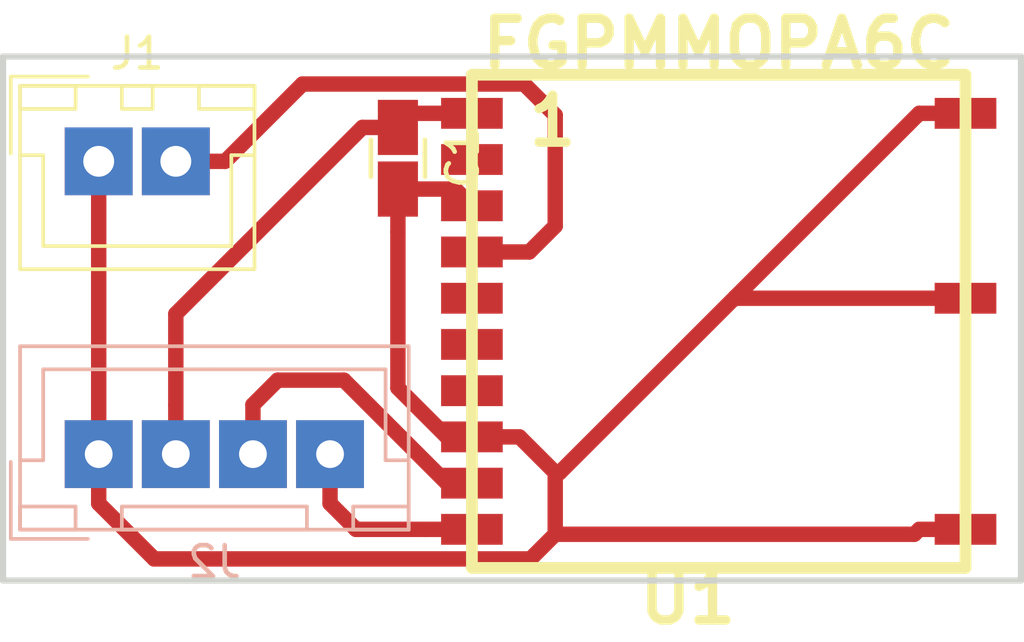
<source format=kicad_pcb>
(kicad_pcb (version 20221018) (generator pcbnew)
  (layers (0 "F.Cu" signal) (31 "B.Cu" signal) (34 "B.Paste" user) (35 "F.Paste" user) (36 "B.SilkS" user "B.Silkscreen") (37 "F.SilkS" user "F.Silkscreen") (38 "B.Mask" user) (39 "F.Mask" user) (44 "Edge.Cuts" user))
  (net 0 "")
  (net 1 "GND")
  (net 2 "VCC")
  (net 3 "GPS_TX")
  (net 4 "GPS_RX")
  (net 5 "+BATT")
  (net 6 "Net-(U1-Pad2)")
  (net 7 "Net-(U1-Pad5)")
  (net 8 "Net-(U1-Pad6)")
  (net 9 "Net-(U1-Pad7)")
  (footprint "coddingtonbear:JST_XH_B02B-XH-A_02x2.50mm_Straight_LargePads" (layer "F.Cu") (at 112.1 80.4)
    (fp_text reference "J1" (at 1.25 -3.5 180) (layer "F.SilkS"))
    (fp_text value "BATT")
    (fp_line (start -2.85 -2.75) (end -2.85 -0.25) (stroke (width 0.12)) (layer "F.SilkS"))
    (fp_line (start -2.55 -2.45) (end -2.55 -1.7) (stroke (width 0.12)) (layer "F.SilkS"))
    (fp_line (start -2.55 -2.45) (end -2.55 3.5) (stroke (width 0.12)) (layer "F.SilkS"))
    (fp_line (start -2.55 -1.7) (end -0.750001 -1.7) (stroke (width 0.12)) (layer "F.SilkS"))
    (fp_line (start -2.55 -0.2) (end -1.8 -0.2) (stroke (width 0.12)) (layer "F.SilkS"))
    (fp_line (start -2.55 3.5) (end 5.05 3.5) (stroke (width 0.12)) (layer "F.SilkS"))
    (fp_line (start -1.8 -0.2) (end -1.8 2.75) (stroke (width 0.12)) (layer "F.SilkS"))
    (fp_line (start -1.8 2.75) (end 1.25 2.75) (stroke (width 0.12)) (layer "F.SilkS"))
    (fp_line (start -0.750001 -1.7) (end -0.75 -2.450001) (stroke (width 0.12)) (layer "F.SilkS"))
    (fp_line (start -0.75 -2.450001) (end -2.55 -2.45) (stroke (width 0.12)) (layer "F.SilkS"))
    (fp_line (start -0.35 -2.75) (end -2.85 -2.75) (stroke (width 0.12)) (layer "F.SilkS"))
    (fp_line (start 0.75 -2.450001) (end 0.750001 -1.7) (stroke (width 0.12)) (layer "F.SilkS"))
    (fp_line (start 0.750001 -1.7) (end 1.749999 -1.7) (stroke (width 0.12)) (layer "F.SilkS"))
    (fp_line (start 1.749999 -2.45) (end 0.75 -2.450001) (stroke (width 0.12)) (layer "F.SilkS"))
    (fp_line (start 1.749999 -1.7) (end 1.749999 -2.45) (stroke (width 0.12)) (layer "F.SilkS"))
    (fp_line (start 3.25 -2.450001) (end 3.250001 -1.7) (stroke (width 0.12)) (layer "F.SilkS"))
    (fp_line (start 3.250001 -1.7) (end 5.05 -1.7) (stroke (width 0.12)) (layer "F.SilkS"))
    (fp_line (start 4.3 -0.2) (end 4.3 2.75) (stroke (width 0.12)) (layer "F.SilkS"))
    (fp_line (start 4.3 2.75) (end 1.25 2.75) (stroke (width 0.12)) (layer "F.SilkS"))
    (fp_line (start 5.05 -2.45) (end -2.55 -2.45) (stroke (width 0.12)) (layer "F.SilkS"))
    (fp_line (start 5.05 -2.45) (end 3.25 -2.450001) (stroke (width 0.12)) (layer "F.SilkS"))
    (fp_line (start 5.05 -1.7) (end 5.05 -2.45) (stroke (width 0.12)) (layer "F.SilkS"))
    (fp_line (start 5.05 -0.2) (end 4.3 -0.2) (stroke (width 0.12)) (layer "F.SilkS"))
    (fp_line (start 5.05 3.5) (end 5.05 -2.45) (stroke (width 0.12)) (layer "F.SilkS"))
    (pad "1" thru_hole rect (at 0 0) (size 2.2 2.2) (drill 1) (layers "*.Cu" "*.Mask") (net 1 "GND"))
    (pad "2" thru_hole rect (at 2.5 0) (size 2.2 2.2) (drill 1) (layers "*.Cu" "*.Mask") (net 5 "+BATT"))
  )
  (footprint "coddingtonbear:FGPMMOPA6C" (layer "F.Cu") (at 132.20049 85.591501)
    (fp_text reference "U1" (at -1.00076 8.99922) (layer "F.SilkS") (effects (font (size 1.524 1.524) (thickness 0.3048))))
    (fp_text value "FGPMMOPA6C" (at 0 -8.99922) (layer "F.SilkS") (effects (font (size 1.524 1.524) (thickness 0.3048))))
    (fp_text user "1" (at -5.3848 -6.5024) (layer "F.SilkS") (effects (font (size 1.524 1.524) (thickness 0.3048))))
    (fp_line (start -8.001 -8.001) (end 8.001 -8.001) (stroke (width 0.381)) (layer "F.SilkS"))
    (fp_line (start -8.001 0) (end -8.001 -8.001) (stroke (width 0.381)) (layer "F.SilkS"))
    (fp_line (start -8.001 8.001) (end -8.001 0) (stroke (width 0.381)) (layer "F.SilkS"))
    (fp_line (start 8.001 -8.001) (end 8.001 5.99948) (stroke (width 0.381)) (layer "F.SilkS"))
    (fp_line (start 8.001 5.99948) (end 8.001 8.001) (stroke (width 0.381)) (layer "F.SilkS"))
    (fp_line (start 8.001 8.001) (end -8.001 8.001) (stroke (width 0.381)) (layer "F.SilkS"))
    (pad "1" smd rect (at -8.001 -6.74878) (size 1.99898 1.00076) (layers "F.Cu" "F.Paste" "F.Mask") (net 2 "VCC"))
    (pad "2" smd rect (at -8.001 -5.25018) (size 1.99898 1.00076) (layers "F.Cu" "F.Paste" "F.Mask") (net 6 "Net-(U1-Pad2)"))
    (pad "3" smd rect (at -8.001 -3.74904) (size 1.99898 1.00076) (layers "F.Cu" "F.Paste" "F.Mask") (net 1 "GND"))
    (pad "4" smd rect (at -8.001 -2.25044) (size 1.99898 1.00076) (layers "F.Cu" "F.Paste" "F.Mask") (net 5 "+BATT"))
    (pad "5" smd rect (at -8.001 -0.7493) (size 1.99898 1.00076) (layers "F.Cu" "F.Paste" "F.Mask") (net 7 "Net-(U1-Pad5)"))
    (pad "6" smd rect (at -8.001 0.7493) (size 1.99898 1.00076) (layers "F.Cu" "F.Paste" "F.Mask") (net 8 "Net-(U1-Pad6)"))
    (pad "7" smd rect (at -8.001 2.25044) (size 1.99898 1.00076) (layers "F.Cu" "F.Paste" "F.Mask") (net 9 "Net-(U1-Pad7)"))
    (pad "8" smd rect (at -8.001 3.74904) (size 1.99898 1.00076) (layers "F.Cu" "F.Paste" "F.Mask") (net 1 "GND"))
    (pad "9" smd rect (at -8.001 5.25018) (size 1.99898 1.00076) (layers "F.Cu" "F.Paste" "F.Mask") (net 3 "GPS_TX"))
    (pad "10" smd rect (at -8.001 6.74878) (size 1.99898 1.00076) (layers "F.Cu" "F.Paste" "F.Mask") (net 4 "GPS_RX"))
    (pad "11" smd rect (at 8.001 6.74878) (size 1.99898 1.00076) (layers "F.Cu" "F.Paste" "F.Mask") (net 1 "GND"))
    (pad "12" smd rect (at 8.001 -0.7493) (size 1.99898 1.00076) (layers "F.Cu" "F.Paste" "F.Mask") (net 1 "GND"))
    (pad "13" smd rect (at 8.001 -6.74878) (size 1.99898 1.00076) (layers "F.Cu" "F.Paste" "F.Mask") (net 1 "GND"))
  )
  (footprint "coddingtonbear:0805_Milling" (layer "F.Cu") (at 121.8 80.3 -90)
    (fp_text reference "C1" (at 0 -2.1 270) (layer "F.SilkS"))
    (fp_text value "0.1u")
    (fp_line (start -0.6 -0.875) (end 0.6 -0.875) (stroke (width 0.15)) (layer "F.SilkS"))
    (fp_line (start 0.6 0.875) (end -0.6 0.875) (stroke (width 0.15)) (layer "F.SilkS"))
    (pad "1" smd rect (at -1 0 270) (size 1.79 1.3) (layers "F.Cu" "F.Paste" "F.Mask") (net 2 "VCC"))
    (pad "2" smd rect (at 1 0 270) (size 1.79 1.3) (layers "F.Cu" "F.Paste" "F.Mask") (net 1 "GND"))
  )
  (footprint "coddingtonbear:JST_XH_B04B-XH-A_04x2.50mm_Straight_LargePads" (layer "B.Cu") (at 112.1 89.9)
    (fp_text reference "J2" (at 3.75 3.5) (layer "B.SilkS") (effects (justify mirror)))
    (fp_text value "UART")
    (fp_line (start -2.85 2.75) (end -2.85 0.25) (stroke (width 0.12)) (layer "B.SilkS"))
    (fp_line (start -2.55 -3.5) (end 10.05 -3.5) (stroke (width 0.12)) (layer "B.SilkS"))
    (fp_line (start -2.55 0.2) (end -1.8 0.2) (stroke (width 0.12)) (layer "B.SilkS"))
    (fp_line (start -2.55 1.7) (end -0.75 1.7) (stroke (width 0.12)) (layer "B.SilkS"))
    (fp_line (start -2.55 2.45) (end -2.55 -3.5) (stroke (width 0.12)) (layer "B.SilkS"))
    (fp_line (start -2.55 2.45) (end -2.55 1.7) (stroke (width 0.12)) (layer "B.SilkS"))
    (fp_line (start -1.8 -2.75) (end 3.75 -2.75) (stroke (width 0.12)) (layer "B.SilkS"))
    (fp_line (start -1.8 0.2) (end -1.8 -2.75) (stroke (width 0.12)) (layer "B.SilkS"))
    (fp_line (start -0.75 1.7) (end -0.75 2.45) (stroke (width 0.12)) (layer "B.SilkS"))
    (fp_line (start -0.75 2.45) (end -2.55 2.45) (stroke (width 0.12)) (layer "B.SilkS"))
    (fp_line (start -0.35 2.75) (end -2.85 2.75) (stroke (width 0.12)) (layer "B.SilkS"))
    (fp_line (start 0.75 1.7) (end 6.75 1.7) (stroke (width 0.12)) (layer "B.SilkS"))
    (fp_line (start 0.75 2.45) (end 0.75 1.7) (stroke (width 0.12)) (layer "B.SilkS"))
    (fp_line (start 6.75 1.7) (end 6.75 2.45) (stroke (width 0.12)) (layer "B.SilkS"))
    (fp_line (start 6.75 2.45) (end 0.75 2.45) (stroke (width 0.12)) (layer "B.SilkS"))
    (fp_line (start 8.25 1.7) (end 10.05 1.7) (stroke (width 0.12)) (layer "B.SilkS"))
    (fp_line (start 8.25 2.45) (end 8.25 1.7) (stroke (width 0.12)) (layer "B.SilkS"))
    (fp_line (start 9.3 -2.75) (end 3.75 -2.75) (stroke (width 0.12)) (layer "B.SilkS"))
    (fp_line (start 9.3 0.2) (end 9.3 -2.75) (stroke (width 0.12)) (layer "B.SilkS"))
    (fp_line (start 10.05 -3.5) (end 10.05 2.45) (stroke (width 0.12)) (layer "B.SilkS"))
    (fp_line (start 10.05 0.2) (end 9.3 0.2) (stroke (width 0.12)) (layer "B.SilkS"))
    (fp_line (start 10.05 1.7) (end 10.05 2.45) (stroke (width 0.12)) (layer "B.SilkS"))
    (fp_line (start 10.05 2.45) (end -2.55 2.45) (stroke (width 0.12)) (layer "B.SilkS"))
    (fp_line (start 10.05 2.45) (end 8.25 2.45) (stroke (width 0.12)) (layer "B.SilkS"))
    (pad "1" thru_hole rect (at 0 0) (size 2.2 2.2) (drill 0.9) (layers "*.Cu" "*.Mask") (net 1 "GND"))
    (pad "2" thru_hole rect (at 2.5 0) (size 2.2 2.2) (drill 0.9) (layers "*.Cu" "*.Mask") (net 2 "VCC"))
    (pad "3" thru_hole rect (at 5 0) (size 2.2 2.2) (drill 0.9) (layers "*.Cu" "*.Mask") (net 3 "GPS_TX"))
    (pad "4" thru_hole rect (at 7.5 0) (size 2.2 2.2) (drill 0.9) (layers "*.Cu" "*.Mask") (net 4 "GPS_RX"))
  )
  (gr_line (start 109 94) (end 109 77) (stroke (width 0.2)) (layer "Edge.Cuts"))
  (gr_line (start 109 77) (end 142 77) (stroke (width 0.2)) (layer "Edge.Cuts"))
  (gr_line (start 142 94) (end 109 94) (stroke (width 0.2)) (layer "Edge.Cuts"))
  (gr_line (start 142 77) (end 142 94) (stroke (width 0.2)) (layer "Edge.Cuts"))
  (segment (start 113.9 93.3) (end 126.1 93.3) (width 0.5) (layer "F.Cu") (net 1))
  (segment (start 123.657029 81.3) (end 124.19949 81.842461) (width 0.5) (layer "F.Cu") (net 1))
  (segment (start 124.19949 89.340541) (end 123.388218 89.340541) (width 0.5) (layer "F.Cu") (net 1))
  (segment (start 132.744721 84.8) (end 127.044721 90.5) (width 0.5) (layer "F.Cu") (net 1))
  (segment (start 123.388218 89.340541) (end 121.8 87.752323) (width 0.5) (layer "F.Cu") (net 1))
  (segment (start 138.542281 92.5) (end 126.9 92.5) (width 0.5) (layer "F.Cu") (net 1))
  (segment (start 126.9 90.5) (end 125.740541 89.340541) (width 0.5) (layer "F.Cu") (net 1))
  (segment (start 112.1 89.9) (end 112.1 91.5) (width 0.5) (layer "F.Cu") (net 1))
  (segment (start 140.20149 84.842201) (end 132.786922 84.842201) (width 0.5) (layer "F.Cu") (net 1))
  (segment (start 126.9 92.5) (end 126.9 90.5) (width 0.5) (layer "F.Cu") (net 1))
  (segment (start 140.20149 92.340281) (end 138.702 92.340281) (width 0.5) (layer "F.Cu") (net 1))
  (segment (start 112.1 91.5) (end 113.9 93.3) (width 0.5) (layer "F.Cu") (net 1))
  (segment (start 125.740541 89.340541) (end 124.19949 89.340541) (width 0.5) (layer "F.Cu") (net 1))
  (segment (start 138.702 92.340281) (end 138.542281 92.5) (width 0.5) (layer "F.Cu") (net 1))
  (segment (start 140.20149 78.842721) (end 138.702 78.842721) (width 0.5) (layer "F.Cu") (net 1))
  (segment (start 121.8 81.3) (end 123.657029 81.3) (width 0.5) (layer "F.Cu") (net 1))
  (segment (start 127.044721 90.5) (end 126.9 90.5) (width 0.5) (layer "F.Cu") (net 1))
  (segment (start 121.8 87.752323) (end 121.8 82.695) (width 0.5) (layer "F.Cu") (net 1))
  (segment (start 132.786922 84.842201) (end 132.744721 84.8) (width 0.5) (layer "F.Cu") (net 1))
  (segment (start 138.702 78.842721) (end 132.744721 84.8) (width 0.5) (layer "F.Cu") (net 1))
  (segment (start 121.8 82.695) (end 121.8 81.3) (width 0.5) (layer "F.Cu") (net 1))
  (segment (start 126.1 93.3) (end 126.9 92.5) (width 0.5) (layer "F.Cu") (net 1))
  (segment (start 112.1 89.9) (end 112.1 80.4) (width 0.5) (layer "F.Cu") (net 1))
  (segment (start 120.65 79.3) (end 114.6 85.35) (width 0.5) (layer "F.Cu") (net 2))
  (segment (start 124.19949 78.842721) (end 122.257279 78.842721) (width 0.5) (layer "F.Cu") (net 2))
  (segment (start 114.6 88.3) (end 114.6 89.9) (width 0.5) (layer "F.Cu") (net 2))
  (segment (start 114.6 85.35) (end 114.6 88.3) (width 0.5) (layer "F.Cu") (net 2))
  (segment (start 121.8 79.3) (end 120.65 79.3) (width 0.5) (layer "F.Cu") (net 2))
  (segment (start 122.257279 78.842721) (end 121.8 79.3) (width 0.5) (layer "F.Cu") (net 2))
  (segment (start 117.9 87.5) (end 117.1 88.3) (width 0.5) (layer "F.Cu") (net 3))
  (segment (start 124.19949 90.841681) (end 123.390758 90.841681) (width 0.5) (layer "F.Cu") (net 3))
  (segment (start 117.1 88.3) (end 117.1 89.9) (width 0.5) (layer "F.Cu") (net 3))
  (segment (start 123.390758 90.841681) (end 120.049077 87.5) (width 0.5) (layer "F.Cu") (net 3))
  (segment (start 120.049077 87.5) (end 117.9 87.5) (width 0.5) (layer "F.Cu") (net 3))
  (segment (start 119.6 91.5) (end 120.440281 92.340281) (width 0.5) (layer "F.Cu") (net 4))
  (segment (start 119.6 89.9) (end 119.6 91.5) (width 0.5) (layer "F.Cu") (net 4))
  (segment (start 120.440281 92.340281) (end 122.7 92.340281) (width 0.5) (layer "F.Cu") (net 4))
  (segment (start 122.7 92.340281) (end 124.19949 92.340281) (width 0.5) (layer "F.Cu") (net 4))
  (segment (start 126.9 78.9) (end 126.9 82.5) (width 0.5) (layer "F.Cu") (net 5))
  (segment (start 118.70766 77.89234) (end 125.89234 77.89234) (width 0.5) (layer "F.Cu") (net 5))
  (segment (start 126.9 82.5) (end 126.058939 83.341061) (width 0.5) (layer "F.Cu") (net 5))
  (segment (start 116.2 80.4) (end 118.70766 77.89234) (width 0.5) (layer "F.Cu") (net 5))
  (segment (start 126.058939 83.341061) (end 124.19949 83.341061) (width 0.5) (layer "F.Cu") (net 5))
  (segment (start 114.6 80.4) (end 116.2 80.4) (width 0.5) (layer "F.Cu") (net 5))
  (segment (start 125.89234 77.89234) (end 126.9 78.9) (width 0.5) (layer "F.Cu") (net 5))
)
</source>
